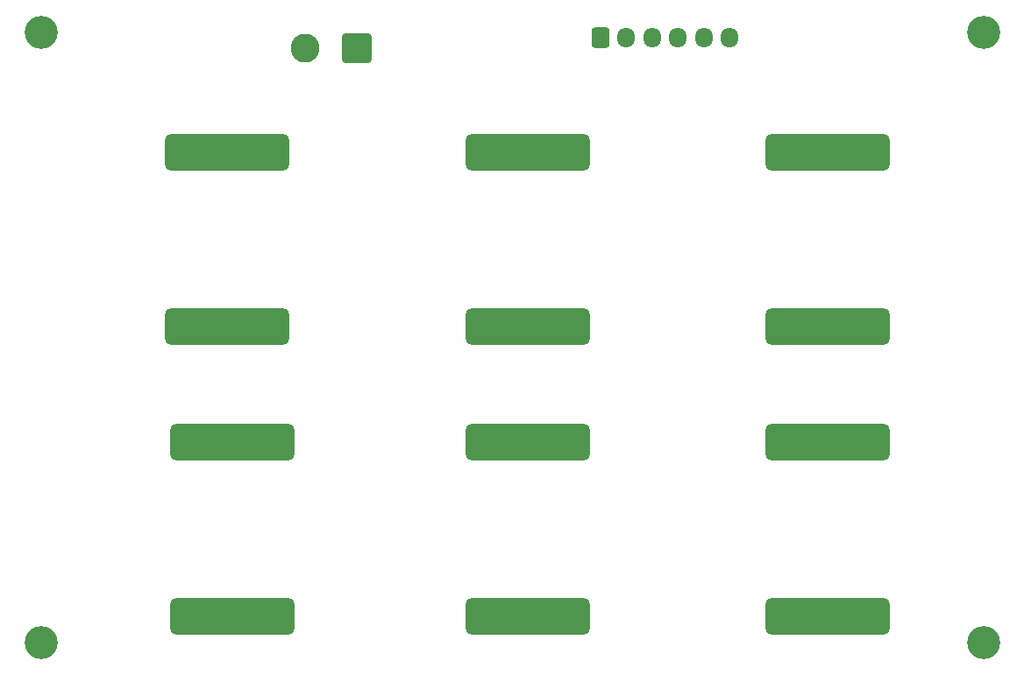
<source format=gbr>
%TF.GenerationSoftware,KiCad,Pcbnew,9.0.3*%
%TF.CreationDate,2026-02-15T20:10:58-06:00*%
%TF.ProjectId,relay board,72656c61-7920-4626-9f61-72642e6b6963,rev?*%
%TF.SameCoordinates,Original*%
%TF.FileFunction,Soldermask,Bot*%
%TF.FilePolarity,Negative*%
%FSLAX46Y46*%
G04 Gerber Fmt 4.6, Leading zero omitted, Abs format (unit mm)*
G04 Created by KiCad (PCBNEW 9.0.3) date 2026-02-15 20:10:58*
%MOMM*%
%LPD*%
G01*
G04 APERTURE LIST*
G04 Aperture macros list*
%AMRoundRect*
0 Rectangle with rounded corners*
0 $1 Rounding radius*
0 $2 $3 $4 $5 $6 $7 $8 $9 X,Y pos of 4 corners*
0 Add a 4 corners polygon primitive as box body*
4,1,4,$2,$3,$4,$5,$6,$7,$8,$9,$2,$3,0*
0 Add four circle primitives for the rounded corners*
1,1,$1+$1,$2,$3*
1,1,$1+$1,$4,$5*
1,1,$1+$1,$6,$7*
1,1,$1+$1,$8,$9*
0 Add four rect primitives between the rounded corners*
20,1,$1+$1,$2,$3,$4,$5,0*
20,1,$1+$1,$4,$5,$6,$7,0*
20,1,$1+$1,$6,$7,$8,$9,0*
20,1,$1+$1,$8,$9,$2,$3,0*%
G04 Aperture macros list end*
%ADD10RoundRect,0.250000X-0.600000X-0.725000X0.600000X-0.725000X0.600000X0.725000X-0.600000X0.725000X0*%
%ADD11O,1.700000X1.950000*%
%ADD12C,3.200000*%
%ADD13RoundRect,0.250001X1.149999X1.149999X-1.149999X1.149999X-1.149999X-1.149999X1.149999X-1.149999X0*%
%ADD14C,2.800000*%
%ADD15RoundRect,0.525000X-5.475000X-1.225000X5.475000X-1.225000X5.475000X1.225000X-5.475000X1.225000X0*%
G04 APERTURE END LIST*
D10*
%TO.C,J1*%
X168000000Y-21000000D03*
D11*
X170500000Y-21000000D03*
X173000000Y-21000000D03*
X175500000Y-21000000D03*
X178000000Y-21000000D03*
X180500000Y-21000000D03*
%TD*%
D12*
%TO.C,H1*%
X114000000Y-20500000D03*
%TD*%
%TO.C,H4*%
X205000000Y-20500000D03*
%TD*%
%TO.C,H3*%
X205000000Y-79500000D03*
%TD*%
%TO.C,H2*%
X114000000Y-79500000D03*
%TD*%
D13*
%TO.C,J2*%
X144500000Y-22000000D03*
D14*
X139500000Y-22000000D03*
%TD*%
D15*
%TO.C,K2*%
X132500000Y-77000000D03*
X132500000Y-60125000D03*
%TD*%
%TO.C,K4*%
X161000000Y-77000000D03*
X161000000Y-60125000D03*
%TD*%
%TO.C,K1*%
X132000000Y-49000000D03*
X132000000Y-32125000D03*
%TD*%
%TO.C,K3*%
X161000000Y-49000000D03*
X161000000Y-32125000D03*
%TD*%
%TO.C,K5*%
X190000000Y-77000000D03*
X190000000Y-60125000D03*
%TD*%
%TO.C,K6*%
X190000000Y-49000000D03*
X190000000Y-32125000D03*
%TD*%
M02*

</source>
